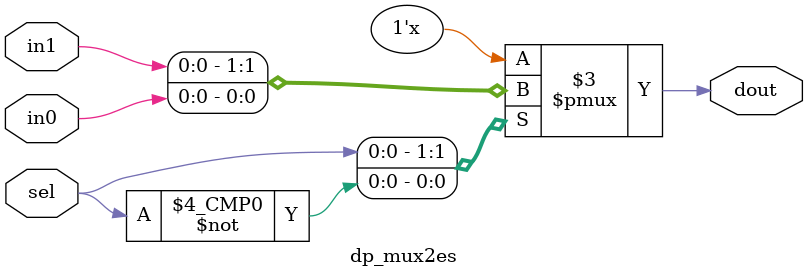
<source format=v>
module dp_mux2es(dout, in0, in1, sel) ;
// synopsys template

parameter SIZE = 1;

output 	[SIZE-1:0] 	dout;
input	[SIZE-1:0]	in0;
input	[SIZE-1:0]	in1;
input			sel;

reg	[SIZE-1:0]	dout ;

always @ (sel or in0 or in1)

 begin
	   case (sel)
	     1'b1: dout = in1 ; 
	     1'b0: dout = in0;
	     default: 
         begin
            if (in0 == in1) begin
               dout = in0;
            end
            else
              dout = {SIZE{1'bx}};
         end
	   endcase // case(sel)
 end

endmodule // dp_mux2es

</source>
